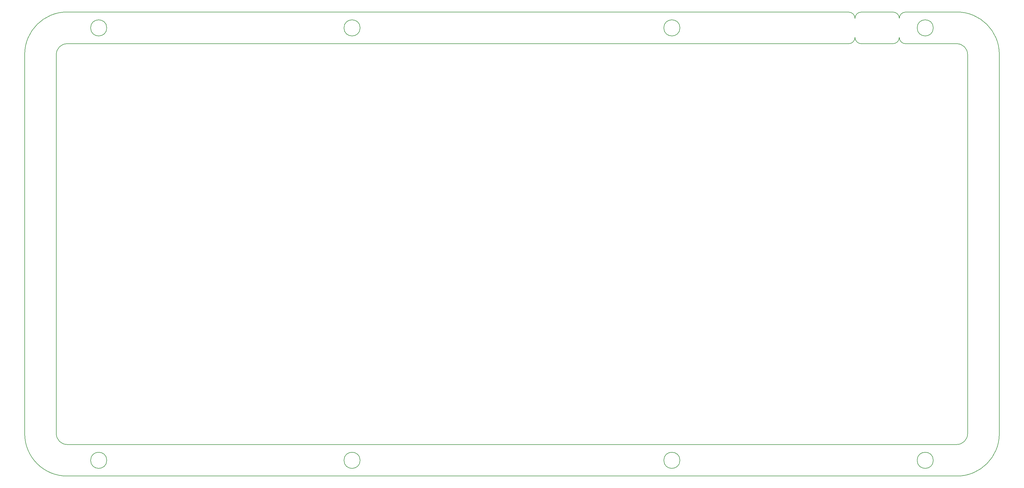
<source format=gbr>
G04 #@! TF.GenerationSoftware,KiCad,Pcbnew,5.1.6*
G04 #@! TF.CreationDate,2020-06-16T15:44:29+02:00*
G04 #@! TF.ProjectId,punk75_inner,70756e6b-3735-45f6-996e-6e65722e6b69,rev?*
G04 #@! TF.SameCoordinates,Original*
G04 #@! TF.FileFunction,Profile,NP*
%FSLAX46Y46*%
G04 Gerber Fmt 4.6, Leading zero omitted, Abs format (unit mm)*
G04 Created by KiCad (PCBNEW 5.1.6) date 2020-06-16 15:44:29*
%MOMM*%
%LPD*%
G01*
G04 APERTURE LIST*
G04 #@! TA.AperFunction,Profile*
%ADD10C,0.200000*%
G04 #@! TD*
G04 APERTURE END LIST*
D10*
X342544400Y-104519999D02*
X332549000Y-104519999D01*
X332549000Y-104519999D02*
G75*
G02*
X330549000Y-102519999I0J2000000D01*
G01*
X344544400Y-102519999D02*
G75*
G02*
X342544400Y-104519999I-2000000J0D01*
G01*
X342544400Y-94520000D02*
X332549000Y-94520000D01*
X342544400Y-94515400D02*
G75*
G02*
X344549000Y-96520000I0J-2004600D01*
G01*
X330549000Y-96520000D02*
G75*
G02*
X332549000Y-94520000I2000000J0D01*
G01*
X94293226Y-99520000D02*
G75*
G03*
X94293226Y-99520000I-2550000J0D01*
G01*
X174293225Y-99520000D02*
G75*
G03*
X174293225Y-99520000I-2549999J0D01*
G01*
X328549000Y-94520000D02*
X82555000Y-94497750D01*
X366111976Y-227757500D02*
X366111976Y-107901250D01*
X78361975Y-107901250D02*
G75*
G02*
X81743226Y-104519999I3381251J0D01*
G01*
X275280726Y-236138750D02*
G75*
G03*
X275280726Y-236138750I-2550000J0D01*
G01*
X355280726Y-236138750D02*
G75*
G03*
X355280726Y-236138750I-2550000J0D01*
G01*
X82536976Y-104519999D02*
X81743226Y-104519999D01*
X94293226Y-236138750D02*
G75*
G03*
X94293226Y-236138750I-2550000J0D01*
G01*
X174293225Y-236138750D02*
G75*
G03*
X174293225Y-236138750I-2549999J0D01*
G01*
X362748750Y-94497750D02*
X346549000Y-94520000D01*
X362730726Y-104519999D02*
X346549000Y-104519999D01*
X355280726Y-99520000D02*
G75*
G03*
X355280726Y-99520000I-2550000J0D01*
G01*
X275280726Y-99520000D02*
G75*
G03*
X275280726Y-99520000I-2550000J0D01*
G01*
X362730726Y-104520000D02*
G75*
G02*
X366111976Y-107901250I0J-3381250D01*
G01*
X81743226Y-231138751D02*
G75*
G02*
X78361975Y-227757500I0J3381251D01*
G01*
X81743226Y-231138750D02*
X362730726Y-231138750D01*
X344549000Y-96520000D02*
G75*
G02*
X346549000Y-94520000I2000000J0D01*
G01*
X346549000Y-104524599D02*
G75*
G02*
X344544400Y-102519999I0J2004600D01*
G01*
X78361975Y-107901250D02*
X78361975Y-109488750D01*
X78361975Y-109488750D02*
X78361975Y-227757500D01*
X366111976Y-227757500D02*
G75*
G02*
X362730726Y-231138750I-3381250J0D01*
G01*
X82536976Y-104519999D02*
X328549000Y-104519999D01*
X330549000Y-102519999D02*
G75*
G02*
X328549000Y-104519999I-2000000J0D01*
G01*
X328549000Y-94520000D02*
G75*
G02*
X330549000Y-96520000I0J-2000000D01*
G01*
X376130000Y-227735250D02*
X376130000Y-107879000D01*
X376130000Y-227735250D02*
G75*
G02*
X362748750Y-241116500I-13381250J0D01*
G01*
X68380000Y-107879000D02*
G75*
G02*
X81761250Y-94497750I13381250J0D01*
G01*
X82555000Y-94497750D02*
X81761250Y-94497750D01*
X81761250Y-241116500D02*
X362748750Y-241116500D01*
X68380000Y-109466500D02*
X68380000Y-227735250D01*
X81761250Y-241116500D02*
G75*
G02*
X68380000Y-227735250I0J13381250D01*
G01*
X68380000Y-107879000D02*
X68380000Y-109466500D01*
X362748750Y-94497750D02*
G75*
G02*
X376130000Y-107879000I0J-13381250D01*
G01*
M02*

</source>
